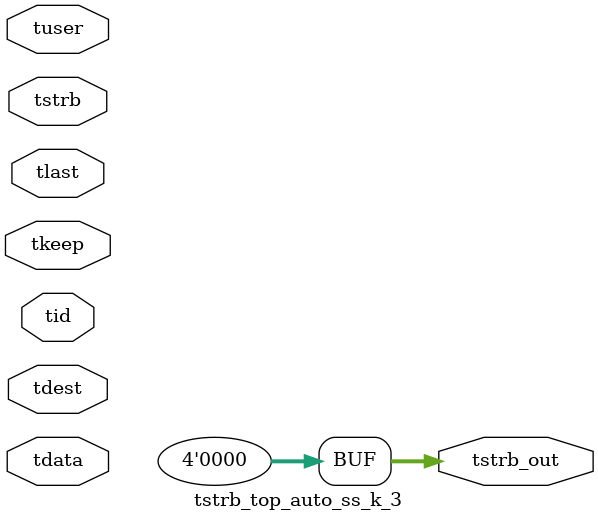
<source format=v>


`timescale 1ps/1ps

module tstrb_top_auto_ss_k_3 #
(
parameter C_S_AXIS_TDATA_WIDTH = 32,
parameter C_S_AXIS_TUSER_WIDTH = 0,
parameter C_S_AXIS_TID_WIDTH   = 0,
parameter C_S_AXIS_TDEST_WIDTH = 0,
parameter C_M_AXIS_TDATA_WIDTH = 32
)
(
input  [(C_S_AXIS_TDATA_WIDTH == 0 ? 1 : C_S_AXIS_TDATA_WIDTH)-1:0     ] tdata,
input  [(C_S_AXIS_TUSER_WIDTH == 0 ? 1 : C_S_AXIS_TUSER_WIDTH)-1:0     ] tuser,
input  [(C_S_AXIS_TID_WIDTH   == 0 ? 1 : C_S_AXIS_TID_WIDTH)-1:0       ] tid,
input  [(C_S_AXIS_TDEST_WIDTH == 0 ? 1 : C_S_AXIS_TDEST_WIDTH)-1:0     ] tdest,
input  [(C_S_AXIS_TDATA_WIDTH/8)-1:0 ] tkeep,
input  [(C_S_AXIS_TDATA_WIDTH/8)-1:0 ] tstrb,
input                                                                    tlast,
output [(C_M_AXIS_TDATA_WIDTH/8)-1:0 ] tstrb_out
);

assign tstrb_out = {1'b0};

endmodule


</source>
